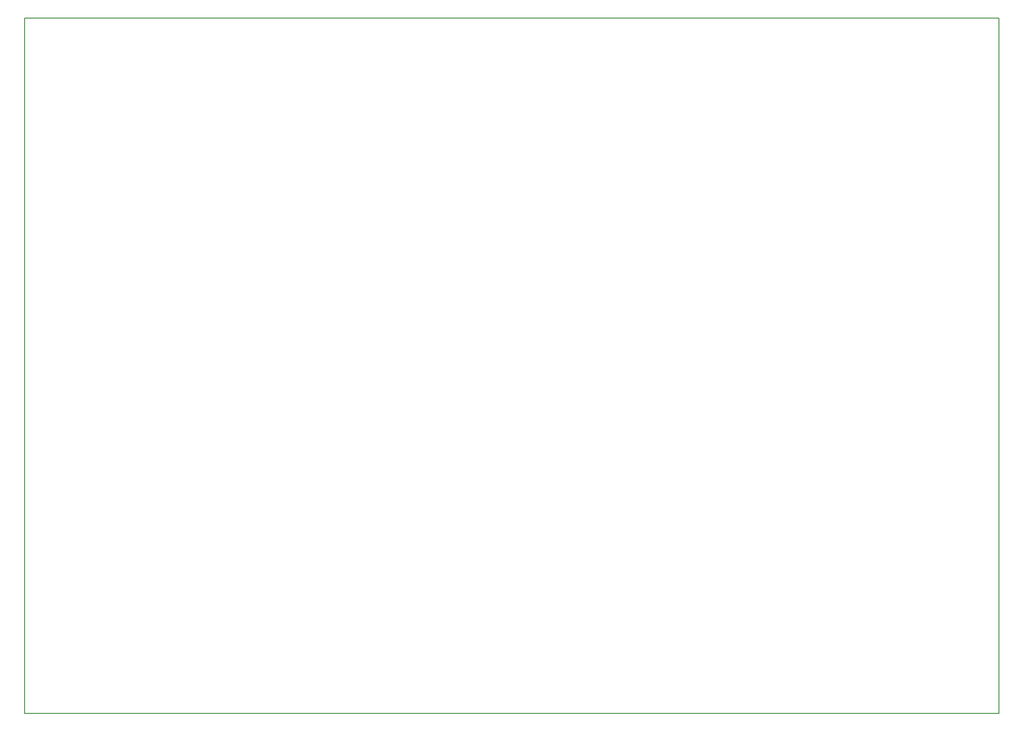
<source format=gbr>
G04 #@! TF.FileFunction,Profile,NP*
%FSLAX46Y46*%
G04 Gerber Fmt 4.6, Leading zero omitted, Abs format (unit mm)*
G04 Created by KiCad (PCBNEW 4.0.2-stable) date 3/27/2017 6:00:43 PM*
%MOMM*%
G01*
G04 APERTURE LIST*
%ADD10C,0.100000*%
%ADD11C,0.150000*%
G04 APERTURE END LIST*
D10*
D11*
X30480000Y-156210000D02*
X208280000Y-156210000D01*
X30480000Y-156210000D02*
X30480000Y-29210000D01*
X208280000Y-29210000D02*
X30480000Y-29210000D01*
X208280000Y-156210000D02*
X208280000Y-29210000D01*
M02*

</source>
